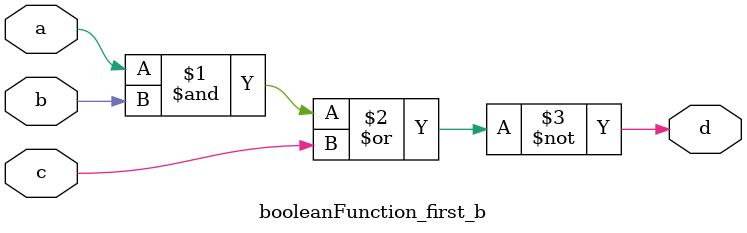
<source format=v>
`timescale 1ns / 1ps

module booleanFunction_first_b(
    input a, b, c,
    output d
);
    
    assign d = ~((a & b) | c);
endmodule
</source>
